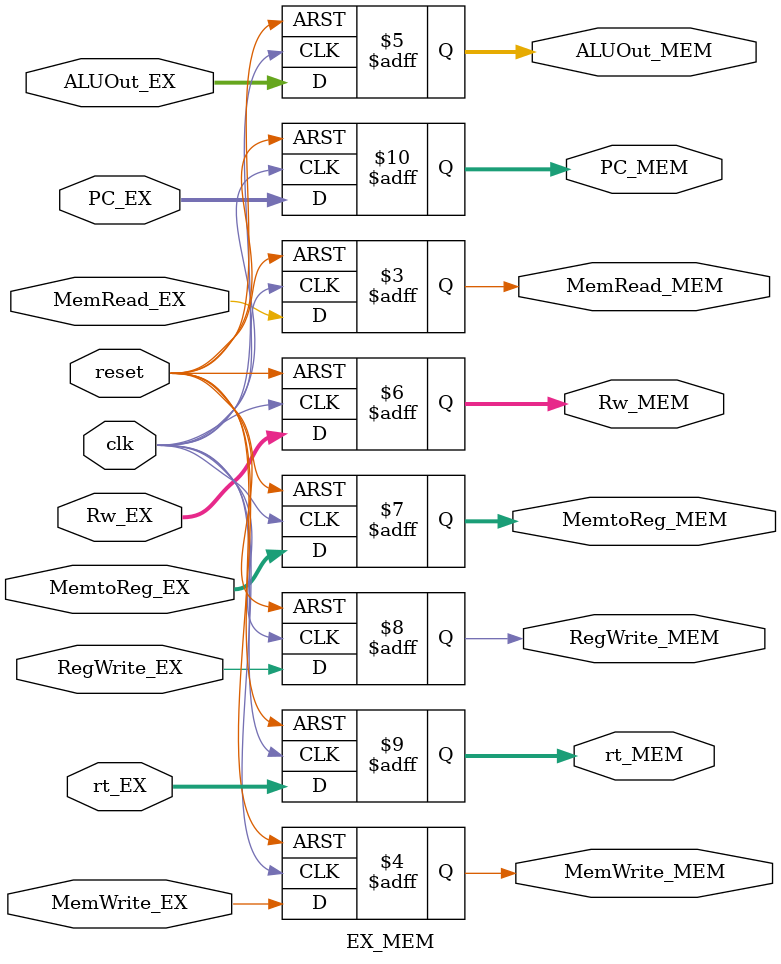
<source format=v>
module EX_MEM(
    input wire clk,
    input wire reset,
    
    input wire MemRead_EX,
    input wire MemWrite_EX,
    input wire [31:0] ALUOut_EX,
    input wire [4:0] Rw_EX,
    input wire [1:0] MemtoReg_EX,
    input wire RegWrite_EX,
    input wire [31:0] rt_EX,
    input wire [31:0] PC_EX,

    output reg MemRead_MEM,
    output reg MemWrite_MEM,
    output reg [31:0] ALUOut_MEM,
    output reg [4:0] Rw_MEM,
    output reg [1:0] MemtoReg_MEM,
    output reg RegWrite_MEM,
    output reg [31:0] rt_MEM,
    output reg [31:0] PC_MEM
);// 2+ 8 +8

initial begin
    MemRead_MEM <= 0;
    MemWrite_MEM <= 0;
    ALUOut_MEM <= 0;
    Rw_MEM <= 0;
    MemtoReg_MEM <= 0;
    RegWrite_MEM <= 0;
    rt_MEM <= 0;
    PC_MEM <= 0; 
end

always@(posedge clk or posedge reset) begin
    if(reset) begin
        MemRead_MEM <= 0;
        MemWrite_MEM <= 0;
        ALUOut_MEM <= 0;
        Rw_MEM <= 0;
        MemtoReg_MEM <= 0;
        RegWrite_MEM <= 0;
        rt_MEM <= 0;
        PC_MEM <= 0;
    end
    else begin
        MemRead_MEM <= MemRead_EX;
        MemWrite_MEM <= MemWrite_EX;
        ALUOut_MEM <= ALUOut_EX;
        Rw_MEM <= Rw_EX;
        MemtoReg_MEM <= MemtoReg_EX;
        RegWrite_MEM <= RegWrite_EX;
        rt_MEM <= rt_EX;
        PC_MEM <= PC_EX;
    end
end

endmodule
</source>
